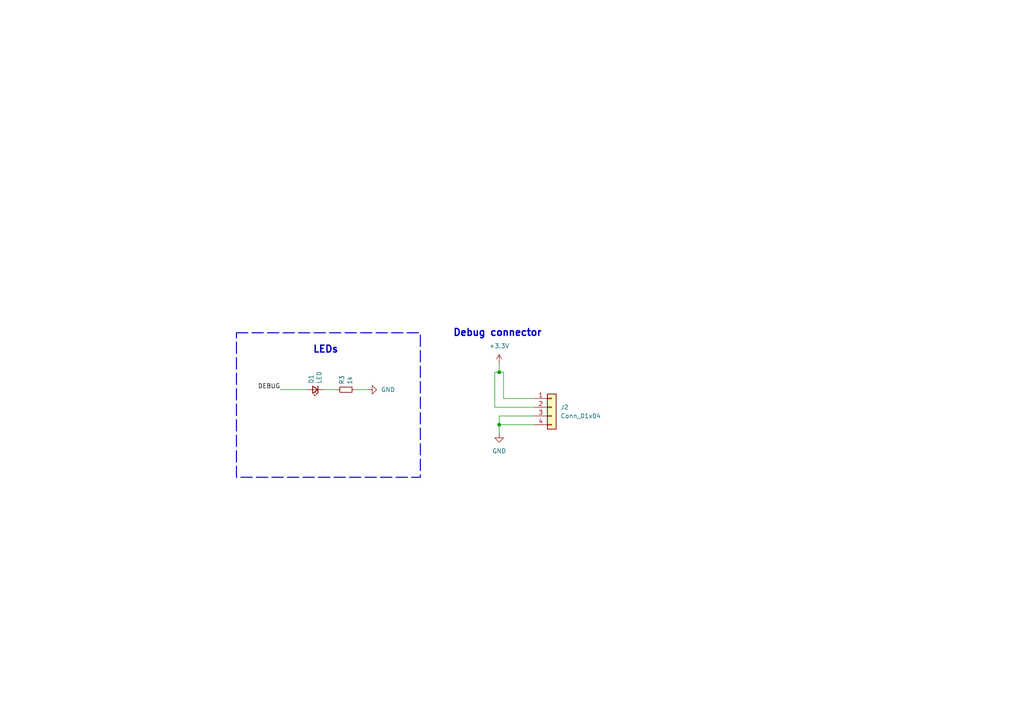
<source format=kicad_sch>
(kicad_sch (version 20231120) (generator "eeschema") (generator_version "8.0")
  (paper "A4")
  (lib_symbols
    (symbol "Connector_Generic:Conn_01x04" (pin_names (offset 1.016) hide)
      (property "Reference" "J" (at 0 5.08 0))
      (property "Value" "Conn_01x04" (at 0 -7.62 0))
      (symbol "Conn_01x04_1_1"
        (rectangle (start -1.27 -4.953) (end 0 -5.207) (stroke (width 0.1524)))
        (rectangle (start -1.27 -2.413) (end 0 -2.667) (stroke (width 0.1524)))
        (rectangle (start -1.27 0.127) (end 0 -0.127) (stroke (width 0.1524)))
        (rectangle (start -1.27 2.667) (end 0 2.413) (stroke (width 0.1524)))
        (rectangle (start -1.27 3.81) (end 1.27 -6.35) (stroke (width 0.254)) (fill (type background)))
        (pin passive line (at -5.08 2.54 0) (length 3.81) (name "Pin_1") (number "1"))
        (pin passive line (at -5.08 0 0) (length 3.81) (name "Pin_2") (number "2"))
        (pin passive line (at -5.08 -2.54 0) (length 3.81) (name "Pin_3") (number "3"))
        (pin passive line (at -5.08 -5.08 0) (length 3.81) (name "Pin_4") (number "4"))
      )
    )
    (symbol "Device:LED_Small" (pin_numbers hide) (pin_names (offset 0.254) hide)
      (property "Reference" "D" (at -1.27 3.175 0))
      (property "Value" "LED_Small" (at -4.445 -2.54 0))
      (symbol "LED_Small_0_1"
        (polyline (pts (xy -0.762 -1.016) (xy -0.762 1.016)) (stroke (width 0.254)))
        (polyline (pts (xy 1.016 0) (xy -0.762 0)))
        (polyline (pts (xy 0.762 -1.016) (xy -0.762 0) (xy 0.762 1.016) (xy 0.762 -1.016)) (stroke (width 0.254)))
        (polyline (pts (xy 0 0.762) (xy -0.508 1.27) (xy -0.254 1.27) (xy -0.508 1.27) (xy -0.508 1.016)))
        (polyline (pts (xy 0.508 1.27) (xy 0 1.778) (xy 0.254 1.778) (xy 0 1.778) (xy 0 1.524)))
      )
      (symbol "LED_Small_1_1"
        (pin passive line (at -2.54 0 0) (length 1.778) (name "K") (number "1"))
        (pin passive line (at 2.54 0 180) (length 1.778) (name "A") (number "2"))
      )
    )
    (symbol "Device:R_Small" (pin_numbers hide) (pin_names (offset 0.254) hide)
      (property "Reference" "R" (at 0.762 0.508 0))
      (property "Value" "R_Small" (at 0.762 -1.016 0))
      (symbol "R_Small_0_1"
        (rectangle (start -0.762 1.778) (end 0.762 -1.778) (stroke (width 0.2032)))
      )
      (symbol "R_Small_1_1"
        (pin passive line (at 0 2.54 270) (length 0.762) (name "~") (number "1"))
        (pin passive line (at 0 -2.54 90) (length 0.762) (name "~") (number "2"))
      )
    )
    (symbol "power:+3.3V" (power) (pin_names (offset 0))
      (property "Value" "+3.3V" (at 0 3.556 0))
      (symbol "+3.3V_0_1"
        (polyline (pts (xy -0.762 1.27) (xy 0 2.54)))
        (polyline (pts (xy 0 0) (xy 0 2.54)))
        (polyline (pts (xy 0 2.54) (xy 0.762 1.27)))
      )
      (symbol "+3.3V_1_1"
        (pin power_in line (at 0 0 90) (length 0) hide (name "+3.3V") (number "1"))
      )
    )
    (symbol "power:GND" (power) (pin_names (offset 0))
      (property "Value" "GND" (at 0 -3.81 0))
      (symbol "GND_0_1"
        (polyline (pts (xy 0 0) (xy 0 -1.27) (xy 1.27 -1.27) (xy 0 -2.54) (xy -1.27 -1.27) (xy 0 -1.27)))
      )
      (symbol "GND_1_1"
        (pin power_in line (at 0 0 270) (length 0) hide (name "GND") (number "1"))
      )
    )
  )
  (junction (at 144.78 107.95))
  (junction (at 144.78 123.19))
  (wire (pts (xy 154.94 123.19) (xy 144.78 123.19)))
  (wire (pts (xy 146.05 115.57) (xy 154.94 115.57)))
  (wire (pts (xy 144.78 107.95) (xy 146.05 107.95)))
  (wire (pts (xy 146.05 107.95) (xy 146.05 115.57)))
  (wire (pts (xy 81.28 113.03) (xy 88.9 113.03)))
  (wire (pts (xy 144.78 123.19) (xy 144.78 125.73)))
  (wire (pts (xy 93.98 113.03) (xy 97.79 113.03)))
  (wire (pts (xy 154.94 120.65) (xy 144.78 120.65)))
  (wire (pts (xy 144.78 107.95) (xy 143.51 107.95)))
  (wire (pts (xy 102.87 113.03) (xy 106.68 113.03)))
  (wire (pts (xy 144.78 105.41) (xy 144.78 107.95)))
  (wire (pts (xy 144.78 120.65) (xy 144.78 123.19)))
  (wire (pts (xy 154.94 118.11) (xy 143.51 118.11)))
  (wire (pts (xy 143.51 118.11) (xy 143.51 107.95)))
  (rectangle (start 68.58 96.52) (end 121.92 138.43) (stroke (width 0.3) (type dash)))
  (text "Debug connector" (at 131.318 97.79 0) (effects (font (size 2 2) (thickness 0.4) (bold yes)) (justify left bottom)))
  (text "LEDs" (at 90.678 102.616 0) (effects (font (size 2 2) (thickness 0.4) (bold yes)) (justify left bottom)))
  (label "DEBUG" (at 81.28 113.03 180))
  (symbol (lib_id "power:GND") (at 144.78 125.73 0) (unit 1)
    (property "Reference" "#PWR013" (effects (hide yes)))
    (property "Value" "GND" (at 144.78 130.81 0))
    (property "Description" "Power symbol creates a global label with name \"GND\" , ground" (effects (hide yes)))
  )
  (symbol (lib_id "Connector_Generic:Conn_01x04") (at 160.02 118.11 0) (unit 1)
    (property "Reference" "J2" (at 162.56 118.1099 0) (effects (justify left)))
    (property "Value" "Conn_01x04" (at 162.56 120.6499 0) (effects (justify left)))
    (property "Footprint" "Connector_PinHeader_2.54mm:PinHeader_1x04_P2.54mm_Vertical" (effects (hide yes)))
    (property "Description" "Generic connector, single row, 01x04, script generated (kicad-library-utils/schlib/autogen/connector/)" (effects (hide yes)))
  )
  (symbol (lib_id "power:GND") (at 106.68 113.03 90) (unit 1)
    (property "Reference" "#PWR09" (effects (hide yes)))
    (property "Value" "GND" (at 110.49 113.0299 90) (effects (justify right)))
  )
  (symbol (lib_id "power:+3.3V") (at 144.78 105.41 0) (unit 1)
    (property "Reference" "#PWR012" (effects (hide yes)))
    (property "Value" "+3.3V" (at 144.78 100.33 0))
  )
  (symbol (lib_id "Device:R_Small") (at 100.33 113.03 90) (unit 1)
    (property "Reference" "R3" (at 99.1616 111.5314 0) (effects (justify left)))
    (property "Value" "1k" (at 101.473 111.5314 0) (effects (justify left)))
    (property "Footprint" "Resistor_SMD:R_0402_1005Metric" (effects (hide yes)))
    (property "LCSC" "C163928" (effects (hide yes)))
  )
  (symbol (lib_id "Device:LED_Small") (at 91.44 113.03 180) (unit 1)
    (property "Reference" "D1" (at 90.2716 111.3028 90) (effects (justify right)))
    (property "Value" "LED" (at 92.583 111.3028 90) (effects (justify right)))
    (property "Footprint" "LED_SMD:LED_0805_2012Metric_Pad1.15x1.40mm_HandSolder" (effects (hide yes)))
    (property "LCSC" "C205445" (effects (hide yes)))
  )
)
</source>
